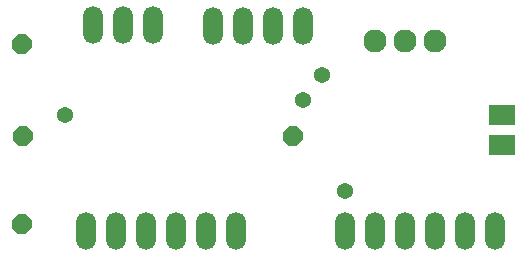
<source format=gbs>
%FSLAX23Y23*%
%MOIN*%
G04 EasyPC Gerber Version 16.0.6 Build 3249 *
%ADD72O,0.06600X0.12600*%
%ADD112C,0.05400*%
%ADD105C,0.07700*%
%ADD104R,0.08600X0.06600*%
%AMT108*0 Octagon Pad at angle 0*4,1,8,-0.01366,-0.03300,0.01366,-0.03300,0.03300,-0.01366,0.03300,0.01366,0.01366,0.03300,-0.01366,0.03300,-0.03300,0.01366,-0.03300,-0.01366,-0.01366,-0.03300,0*%
%ADD108T108*%
X0Y0D02*
D02*
D72*
X305Y178D03*
X328Y865D03*
X405Y178D03*
X428Y865D03*
X505Y178D03*
X528Y865D03*
X605Y178D03*
X705D03*
X727Y861D03*
X805Y178D03*
X827Y861D03*
X927D03*
X1027D03*
X1169Y177D03*
X1269D03*
X1369D03*
X1469D03*
X1569D03*
X1669D03*
D02*
D104*
X1693Y462D03*
Y562D03*
D02*
D105*
X1268Y810D03*
X1368D03*
X1468D03*
D02*
D108*
X93Y200D03*
Y800D03*
X96Y492D03*
X995Y493D03*
D02*
D112*
X234Y563D03*
X1027Y612D03*
X1092Y696D03*
X1168Y310D03*
X0Y0D02*
M02*

</source>
